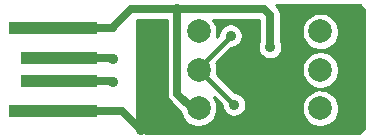
<source format=gbl>
G04 #@! TF.FileFunction,Copper,L2,Bot,Signal*
%FSLAX46Y46*%
G04 Gerber Fmt 4.6, Leading zero omitted, Abs format (unit mm)*
G04 Created by KiCad (PCBNEW 0.201411101246+5259~19~ubuntu14.04.1-product) date mar 18 nov 2014 21:31:49 CET*
%MOMM*%
G01*
G04 APERTURE LIST*
%ADD10C,0.020000*%
%ADD11R,7.410000X1.000000*%
%ADD12R,6.410000X1.000000*%
%ADD13C,2.000000*%
%ADD14C,0.900000*%
%ADD15C,0.635000*%
%ADD16C,0.254000*%
%ADD17C,0.381000*%
G04 APERTURE END LIST*
D10*
D11*
X140962000Y-178364000D03*
D12*
X141462000Y-180864000D03*
X141462000Y-182864000D03*
D11*
X140962000Y-185364000D03*
D13*
X163620600Y-181889400D03*
X153320600Y-181889400D03*
X153320600Y-185139400D03*
X163620600Y-185139400D03*
X153320600Y-178639400D03*
X163620600Y-178639400D03*
D14*
X151503000Y-176728000D03*
X159370000Y-179960000D03*
X148455000Y-187015000D03*
X161261120Y-178980459D03*
X157570000Y-183880000D03*
X166175000Y-186385000D03*
X146050000Y-182880000D03*
X146050000Y-180975000D03*
X156025000Y-178991278D03*
X156325000Y-184826510D03*
D15*
X145994000Y-178364000D02*
X146050000Y-178308000D01*
X140962000Y-178364000D02*
X145994000Y-178364000D01*
X151511000Y-183896000D02*
X151511000Y-176784000D01*
X152754400Y-185139400D02*
X151511000Y-183896000D01*
X153320600Y-185139400D02*
X152754400Y-185139400D01*
X151503000Y-176728000D02*
X151503000Y-176776000D01*
X151503000Y-176776000D02*
X151511000Y-176784000D01*
X147630000Y-176728000D02*
X145994000Y-178364000D01*
X151503000Y-176728000D02*
X147630000Y-176728000D01*
X151503000Y-176728000D02*
X157132085Y-176728000D01*
X159370000Y-179960000D02*
X159370000Y-177220000D01*
X158878000Y-176728000D02*
X157132085Y-176728000D01*
X159370000Y-177220000D02*
X158878000Y-176728000D01*
D16*
X141145000Y-185547000D02*
X140962000Y-185364000D01*
D15*
X140962000Y-185364000D02*
X146804000Y-185364000D01*
X148455000Y-187015000D02*
X146804000Y-185364000D01*
D16*
X141478000Y-182880000D02*
X141462000Y-182864000D01*
X146050000Y-182880000D02*
X141478000Y-182880000D01*
D15*
X146034000Y-182864000D02*
X146050000Y-182880000D01*
X141462000Y-182864000D02*
X146034000Y-182864000D01*
D16*
X141573000Y-180975000D02*
X141462000Y-180864000D01*
X146050000Y-180975000D02*
X141573000Y-180975000D01*
D15*
X145939000Y-180864000D02*
X146050000Y-180975000D01*
X141462000Y-180864000D02*
X145939000Y-180864000D01*
D16*
X153644600Y-181889400D02*
X153320600Y-181889400D01*
D17*
X153387890Y-181889400D02*
X153320600Y-181889400D01*
X153320600Y-181695678D02*
X153320600Y-181889400D01*
X156025000Y-178991278D02*
X153320600Y-181695678D01*
X156325000Y-184826510D02*
X153387890Y-181889400D01*
D16*
G36*
X167310800Y-186868351D02*
X166919042Y-187260800D01*
X165204868Y-187260800D01*
X165204868Y-184984061D01*
X165204868Y-181734061D01*
X165204868Y-178484061D01*
X165144523Y-178179300D01*
X165026133Y-177892065D01*
X164854207Y-177633295D01*
X164635293Y-177412847D01*
X164377730Y-177239118D01*
X164091327Y-177118726D01*
X163786995Y-177056255D01*
X163476325Y-177054086D01*
X163171151Y-177112302D01*
X162883095Y-177228684D01*
X162623131Y-177398799D01*
X162401161Y-177616169D01*
X162225638Y-177872513D01*
X162103249Y-178158068D01*
X162038656Y-178461957D01*
X162034318Y-178772604D01*
X162090401Y-179078177D01*
X162204769Y-179367038D01*
X162373066Y-179628183D01*
X162588881Y-179851666D01*
X162843993Y-180028974D01*
X163128687Y-180153354D01*
X163432117Y-180220067D01*
X163742726Y-180226573D01*
X164048684Y-180172625D01*
X164338336Y-180060276D01*
X164600650Y-179893807D01*
X164825634Y-179679557D01*
X165004719Y-179425689D01*
X165131083Y-179141871D01*
X165199913Y-178838914D01*
X165204868Y-178484061D01*
X165204868Y-181734061D01*
X165144523Y-181429300D01*
X165026133Y-181142065D01*
X164854207Y-180883295D01*
X164635293Y-180662847D01*
X164377730Y-180489118D01*
X164091327Y-180368726D01*
X163786995Y-180306255D01*
X163476325Y-180304086D01*
X163171151Y-180362302D01*
X162883095Y-180478684D01*
X162623131Y-180648799D01*
X162401161Y-180866169D01*
X162225638Y-181122513D01*
X162103249Y-181408068D01*
X162038656Y-181711957D01*
X162034318Y-182022604D01*
X162090401Y-182328177D01*
X162204769Y-182617038D01*
X162373066Y-182878183D01*
X162588881Y-183101666D01*
X162843993Y-183278974D01*
X163128687Y-183403354D01*
X163432117Y-183470067D01*
X163742726Y-183476573D01*
X164048684Y-183422625D01*
X164338336Y-183310276D01*
X164600650Y-183143807D01*
X164825634Y-182929557D01*
X165004719Y-182675689D01*
X165131083Y-182391871D01*
X165199913Y-182088914D01*
X165204868Y-181734061D01*
X165204868Y-184984061D01*
X165144523Y-184679300D01*
X165026133Y-184392065D01*
X164854207Y-184133295D01*
X164635293Y-183912847D01*
X164377730Y-183739118D01*
X164091327Y-183618726D01*
X163786995Y-183556255D01*
X163476325Y-183554086D01*
X163171151Y-183612302D01*
X162883095Y-183728684D01*
X162623131Y-183898799D01*
X162401161Y-184116169D01*
X162225638Y-184372513D01*
X162103249Y-184658068D01*
X162038656Y-184961957D01*
X162034318Y-185272604D01*
X162090401Y-185578177D01*
X162204769Y-185867038D01*
X162373066Y-186128183D01*
X162588881Y-186351666D01*
X162843993Y-186528974D01*
X163128687Y-186653354D01*
X163432117Y-186720067D01*
X163742726Y-186726573D01*
X164048684Y-186672625D01*
X164338336Y-186560276D01*
X164600650Y-186393807D01*
X164825634Y-186179557D01*
X165004719Y-185925689D01*
X165131083Y-185641871D01*
X165199913Y-185338914D01*
X165204868Y-184984061D01*
X165204868Y-187260800D01*
X148833793Y-187260800D01*
X148082000Y-186510329D01*
X148082000Y-177629700D01*
X150609300Y-177629700D01*
X150609300Y-183896000D01*
X150617428Y-183978899D01*
X150624687Y-184061869D01*
X150626010Y-184066424D01*
X150626473Y-184071141D01*
X150650548Y-184150882D01*
X150673785Y-184230862D01*
X150675965Y-184235069D01*
X150677337Y-184239611D01*
X150716453Y-184313178D01*
X150754771Y-184387101D01*
X150757728Y-184390806D01*
X150759955Y-184394993D01*
X150812628Y-184459577D01*
X150864562Y-184524633D01*
X150871064Y-184531227D01*
X150871180Y-184531369D01*
X150871310Y-184531477D01*
X150873402Y-184533598D01*
X151761722Y-185421918D01*
X151790401Y-185578177D01*
X151904769Y-185867038D01*
X152073066Y-186128183D01*
X152288881Y-186351666D01*
X152543993Y-186528974D01*
X152828687Y-186653354D01*
X153132117Y-186720067D01*
X153442726Y-186726573D01*
X153748684Y-186672625D01*
X154038336Y-186560276D01*
X154300650Y-186393807D01*
X154525634Y-186179557D01*
X154704719Y-185925689D01*
X154831083Y-185641871D01*
X154899913Y-185338914D01*
X154904868Y-184984061D01*
X154844523Y-184679300D01*
X154726133Y-184392065D01*
X154589868Y-184186969D01*
X155289811Y-184886912D01*
X155289441Y-184913468D01*
X155326053Y-185112953D01*
X155400715Y-185301528D01*
X155510583Y-185472009D01*
X155651471Y-185617904D01*
X155818014Y-185733654D01*
X156003868Y-185814852D01*
X156201954Y-185858404D01*
X156404727Y-185862651D01*
X156604463Y-185827432D01*
X156793554Y-185754089D01*
X156964798Y-185645414D01*
X157111672Y-185505547D01*
X157228583Y-185339816D01*
X157311076Y-185154534D01*
X157356010Y-184956757D01*
X157359244Y-184725101D01*
X157319850Y-184526147D01*
X157242563Y-184338633D01*
X157130325Y-184169703D01*
X156987414Y-184025790D01*
X156819271Y-183912376D01*
X156632301Y-183833781D01*
X156433626Y-183792999D01*
X156386752Y-183792671D01*
X154859754Y-182265672D01*
X154899913Y-182088914D01*
X154904868Y-181734061D01*
X154844523Y-181429300D01*
X154797253Y-181314616D01*
X156084866Y-180027003D01*
X156104727Y-180027419D01*
X156304463Y-179992200D01*
X156493554Y-179918857D01*
X156664798Y-179810182D01*
X156811672Y-179670315D01*
X156928583Y-179504584D01*
X157011076Y-179319302D01*
X157056010Y-179121525D01*
X157059244Y-178889869D01*
X157019850Y-178690915D01*
X156942563Y-178503401D01*
X156830325Y-178334471D01*
X156687414Y-178190558D01*
X156519271Y-178077144D01*
X156332301Y-177998549D01*
X156133626Y-177957767D01*
X155930814Y-177956351D01*
X155731590Y-177994355D01*
X155543541Y-178070332D01*
X155373831Y-178181387D01*
X155228924Y-178323291D01*
X155114339Y-178490638D01*
X155034440Y-178677054D01*
X154992272Y-178875439D01*
X154991522Y-178929163D01*
X154846449Y-179074236D01*
X154899913Y-178838914D01*
X154904868Y-178484061D01*
X154844523Y-178179300D01*
X154726133Y-177892065D01*
X154554207Y-177633295D01*
X154550637Y-177629700D01*
X157132085Y-177629700D01*
X158468300Y-177629700D01*
X158468300Y-179446272D01*
X158459339Y-179459360D01*
X158379440Y-179645776D01*
X158337272Y-179844161D01*
X158334441Y-180046958D01*
X158371053Y-180246443D01*
X158445715Y-180435018D01*
X158555583Y-180605499D01*
X158696471Y-180751394D01*
X158863014Y-180867144D01*
X159048868Y-180948342D01*
X159246954Y-180991894D01*
X159449727Y-180996141D01*
X159649463Y-180960922D01*
X159838554Y-180887579D01*
X160009798Y-180778904D01*
X160156672Y-180639037D01*
X160273583Y-180473306D01*
X160356076Y-180288024D01*
X160401010Y-180090247D01*
X160404244Y-179858591D01*
X160364850Y-179659637D01*
X160287563Y-179472123D01*
X160271700Y-179448247D01*
X160271700Y-177220000D01*
X160263571Y-177137100D01*
X160256313Y-177054131D01*
X160254989Y-177049575D01*
X160254527Y-177044859D01*
X160230451Y-176965117D01*
X160207215Y-176885138D01*
X160205034Y-176880930D01*
X160203663Y-176876389D01*
X160164546Y-176802821D01*
X160126229Y-176728899D01*
X160123271Y-176725193D01*
X160121045Y-176721007D01*
X160068391Y-176656446D01*
X160016438Y-176591366D01*
X160009933Y-176584770D01*
X160009820Y-176584631D01*
X160009690Y-176584523D01*
X160007598Y-176582402D01*
X159864396Y-176439200D01*
X166958218Y-176439200D01*
X167310800Y-176791160D01*
X167310800Y-186868351D01*
X167310800Y-186868351D01*
G37*
X167310800Y-186868351D02*
X166919042Y-187260800D01*
X165204868Y-187260800D01*
X165204868Y-184984061D01*
X165204868Y-181734061D01*
X165204868Y-178484061D01*
X165144523Y-178179300D01*
X165026133Y-177892065D01*
X164854207Y-177633295D01*
X164635293Y-177412847D01*
X164377730Y-177239118D01*
X164091327Y-177118726D01*
X163786995Y-177056255D01*
X163476325Y-177054086D01*
X163171151Y-177112302D01*
X162883095Y-177228684D01*
X162623131Y-177398799D01*
X162401161Y-177616169D01*
X162225638Y-177872513D01*
X162103249Y-178158068D01*
X162038656Y-178461957D01*
X162034318Y-178772604D01*
X162090401Y-179078177D01*
X162204769Y-179367038D01*
X162373066Y-179628183D01*
X162588881Y-179851666D01*
X162843993Y-180028974D01*
X163128687Y-180153354D01*
X163432117Y-180220067D01*
X163742726Y-180226573D01*
X164048684Y-180172625D01*
X164338336Y-180060276D01*
X164600650Y-179893807D01*
X164825634Y-179679557D01*
X165004719Y-179425689D01*
X165131083Y-179141871D01*
X165199913Y-178838914D01*
X165204868Y-178484061D01*
X165204868Y-181734061D01*
X165144523Y-181429300D01*
X165026133Y-181142065D01*
X164854207Y-180883295D01*
X164635293Y-180662847D01*
X164377730Y-180489118D01*
X164091327Y-180368726D01*
X163786995Y-180306255D01*
X163476325Y-180304086D01*
X163171151Y-180362302D01*
X162883095Y-180478684D01*
X162623131Y-180648799D01*
X162401161Y-180866169D01*
X162225638Y-181122513D01*
X162103249Y-181408068D01*
X162038656Y-181711957D01*
X162034318Y-182022604D01*
X162090401Y-182328177D01*
X162204769Y-182617038D01*
X162373066Y-182878183D01*
X162588881Y-183101666D01*
X162843993Y-183278974D01*
X163128687Y-183403354D01*
X163432117Y-183470067D01*
X163742726Y-183476573D01*
X164048684Y-183422625D01*
X164338336Y-183310276D01*
X164600650Y-183143807D01*
X164825634Y-182929557D01*
X165004719Y-182675689D01*
X165131083Y-182391871D01*
X165199913Y-182088914D01*
X165204868Y-181734061D01*
X165204868Y-184984061D01*
X165144523Y-184679300D01*
X165026133Y-184392065D01*
X164854207Y-184133295D01*
X164635293Y-183912847D01*
X164377730Y-183739118D01*
X164091327Y-183618726D01*
X163786995Y-183556255D01*
X163476325Y-183554086D01*
X163171151Y-183612302D01*
X162883095Y-183728684D01*
X162623131Y-183898799D01*
X162401161Y-184116169D01*
X162225638Y-184372513D01*
X162103249Y-184658068D01*
X162038656Y-184961957D01*
X162034318Y-185272604D01*
X162090401Y-185578177D01*
X162204769Y-185867038D01*
X162373066Y-186128183D01*
X162588881Y-186351666D01*
X162843993Y-186528974D01*
X163128687Y-186653354D01*
X163432117Y-186720067D01*
X163742726Y-186726573D01*
X164048684Y-186672625D01*
X164338336Y-186560276D01*
X164600650Y-186393807D01*
X164825634Y-186179557D01*
X165004719Y-185925689D01*
X165131083Y-185641871D01*
X165199913Y-185338914D01*
X165204868Y-184984061D01*
X165204868Y-187260800D01*
X148833793Y-187260800D01*
X148082000Y-186510329D01*
X148082000Y-177629700D01*
X150609300Y-177629700D01*
X150609300Y-183896000D01*
X150617428Y-183978899D01*
X150624687Y-184061869D01*
X150626010Y-184066424D01*
X150626473Y-184071141D01*
X150650548Y-184150882D01*
X150673785Y-184230862D01*
X150675965Y-184235069D01*
X150677337Y-184239611D01*
X150716453Y-184313178D01*
X150754771Y-184387101D01*
X150757728Y-184390806D01*
X150759955Y-184394993D01*
X150812628Y-184459577D01*
X150864562Y-184524633D01*
X150871064Y-184531227D01*
X150871180Y-184531369D01*
X150871310Y-184531477D01*
X150873402Y-184533598D01*
X151761722Y-185421918D01*
X151790401Y-185578177D01*
X151904769Y-185867038D01*
X152073066Y-186128183D01*
X152288881Y-186351666D01*
X152543993Y-186528974D01*
X152828687Y-186653354D01*
X153132117Y-186720067D01*
X153442726Y-186726573D01*
X153748684Y-186672625D01*
X154038336Y-186560276D01*
X154300650Y-186393807D01*
X154525634Y-186179557D01*
X154704719Y-185925689D01*
X154831083Y-185641871D01*
X154899913Y-185338914D01*
X154904868Y-184984061D01*
X154844523Y-184679300D01*
X154726133Y-184392065D01*
X154589868Y-184186969D01*
X155289811Y-184886912D01*
X155289441Y-184913468D01*
X155326053Y-185112953D01*
X155400715Y-185301528D01*
X155510583Y-185472009D01*
X155651471Y-185617904D01*
X155818014Y-185733654D01*
X156003868Y-185814852D01*
X156201954Y-185858404D01*
X156404727Y-185862651D01*
X156604463Y-185827432D01*
X156793554Y-185754089D01*
X156964798Y-185645414D01*
X157111672Y-185505547D01*
X157228583Y-185339816D01*
X157311076Y-185154534D01*
X157356010Y-184956757D01*
X157359244Y-184725101D01*
X157319850Y-184526147D01*
X157242563Y-184338633D01*
X157130325Y-184169703D01*
X156987414Y-184025790D01*
X156819271Y-183912376D01*
X156632301Y-183833781D01*
X156433626Y-183792999D01*
X156386752Y-183792671D01*
X154859754Y-182265672D01*
X154899913Y-182088914D01*
X154904868Y-181734061D01*
X154844523Y-181429300D01*
X154797253Y-181314616D01*
X156084866Y-180027003D01*
X156104727Y-180027419D01*
X156304463Y-179992200D01*
X156493554Y-179918857D01*
X156664798Y-179810182D01*
X156811672Y-179670315D01*
X156928583Y-179504584D01*
X157011076Y-179319302D01*
X157056010Y-179121525D01*
X157059244Y-178889869D01*
X157019850Y-178690915D01*
X156942563Y-178503401D01*
X156830325Y-178334471D01*
X156687414Y-178190558D01*
X156519271Y-178077144D01*
X156332301Y-177998549D01*
X156133626Y-177957767D01*
X155930814Y-177956351D01*
X155731590Y-177994355D01*
X155543541Y-178070332D01*
X155373831Y-178181387D01*
X155228924Y-178323291D01*
X155114339Y-178490638D01*
X155034440Y-178677054D01*
X154992272Y-178875439D01*
X154991522Y-178929163D01*
X154846449Y-179074236D01*
X154899913Y-178838914D01*
X154904868Y-178484061D01*
X154844523Y-178179300D01*
X154726133Y-177892065D01*
X154554207Y-177633295D01*
X154550637Y-177629700D01*
X157132085Y-177629700D01*
X158468300Y-177629700D01*
X158468300Y-179446272D01*
X158459339Y-179459360D01*
X158379440Y-179645776D01*
X158337272Y-179844161D01*
X158334441Y-180046958D01*
X158371053Y-180246443D01*
X158445715Y-180435018D01*
X158555583Y-180605499D01*
X158696471Y-180751394D01*
X158863014Y-180867144D01*
X159048868Y-180948342D01*
X159246954Y-180991894D01*
X159449727Y-180996141D01*
X159649463Y-180960922D01*
X159838554Y-180887579D01*
X160009798Y-180778904D01*
X160156672Y-180639037D01*
X160273583Y-180473306D01*
X160356076Y-180288024D01*
X160401010Y-180090247D01*
X160404244Y-179858591D01*
X160364850Y-179659637D01*
X160287563Y-179472123D01*
X160271700Y-179448247D01*
X160271700Y-177220000D01*
X160263571Y-177137100D01*
X160256313Y-177054131D01*
X160254989Y-177049575D01*
X160254527Y-177044859D01*
X160230451Y-176965117D01*
X160207215Y-176885138D01*
X160205034Y-176880930D01*
X160203663Y-176876389D01*
X160164546Y-176802821D01*
X160126229Y-176728899D01*
X160123271Y-176725193D01*
X160121045Y-176721007D01*
X160068391Y-176656446D01*
X160016438Y-176591366D01*
X160009933Y-176584770D01*
X160009820Y-176584631D01*
X160009690Y-176584523D01*
X160007598Y-176582402D01*
X159864396Y-176439200D01*
X166958218Y-176439200D01*
X167310800Y-176791160D01*
X167310800Y-186868351D01*
M02*

</source>
